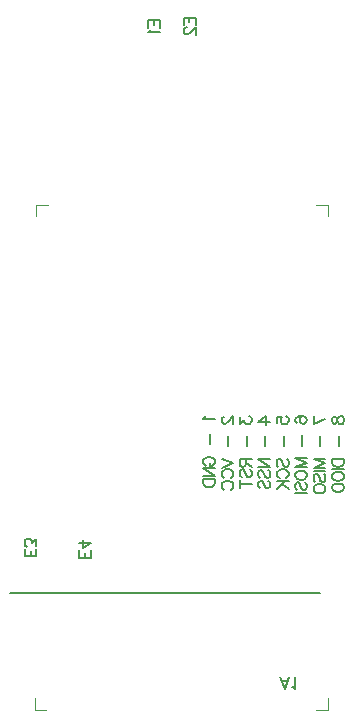
<source format=gbo>
G04*
G04 #@! TF.GenerationSoftware,Altium Limited,Altium Designer,22.9.1 (49)*
G04*
G04 Layer_Color=32896*
%FSLAX44Y44*%
%MOMM*%
G71*
G04*
G04 #@! TF.SameCoordinates,7A88E338-F056-4336-BEC6-008BA3D2BE7B*
G04*
G04*
G04 #@! TF.FilePolarity,Positive*
G04*
G01*
G75*
%ADD10C,0.2000*%
%ADD12C,0.1000*%
%ADD14C,0.1500*%
D10*
X0Y100000D02*
X263000D01*
D12*
X21200Y1000D02*
X31200D01*
X21200D02*
Y11000D01*
X269200Y1000D02*
Y11000D01*
X259200Y1000D02*
X269200D01*
X259200Y429000D02*
X269200D01*
Y419000D02*
Y429000D01*
X22200Y419000D02*
Y429000D01*
X32200D01*
D14*
X165725Y249750D02*
X165249Y248798D01*
X163820Y247370D01*
X173818D01*
X169534Y234563D02*
Y225993D01*
X166201Y208045D02*
X165249Y208521D01*
X164296Y209473D01*
X163820Y210425D01*
Y212330D01*
X164296Y213282D01*
X165249Y214234D01*
X166201Y214710D01*
X167629Y215186D01*
X170010D01*
X171438Y214710D01*
X172390Y214234D01*
X173342Y213282D01*
X173818Y212330D01*
Y210425D01*
X173342Y209473D01*
X172390Y208521D01*
X171438Y208045D01*
X170010D01*
Y210425D02*
Y208045D01*
X163820Y205760D02*
X173818D01*
X163820D02*
X173818Y199094D01*
X163820D02*
X173818D01*
X163820Y196333D02*
X173818D01*
X163820D02*
Y193000D01*
X164296Y191572D01*
X165249Y190620D01*
X166201Y190144D01*
X167629Y189668D01*
X170010D01*
X171438Y190144D01*
X172390Y190620D01*
X173342Y191572D01*
X173818Y193000D01*
Y196333D01*
X181798Y249274D02*
X181322D01*
X180370Y248798D01*
X179894Y248322D01*
X179418Y247370D01*
Y245465D01*
X179894Y244513D01*
X180370Y244037D01*
X181322Y243561D01*
X182274D01*
X183227Y244037D01*
X184655Y244989D01*
X189416Y249750D01*
Y243085D01*
X185131Y232992D02*
Y224422D01*
X179418Y213615D02*
X189416Y209806D01*
X179418Y205998D02*
X189416Y209806D01*
X181798Y197571D02*
X180846Y198047D01*
X179894Y198999D01*
X179418Y199951D01*
Y201856D01*
X179894Y202808D01*
X180846Y203760D01*
X181798Y204236D01*
X183227Y204712D01*
X185607D01*
X187035Y204236D01*
X187987Y203760D01*
X188940Y202808D01*
X189416Y201856D01*
Y199951D01*
X188940Y198999D01*
X187987Y198047D01*
X187035Y197571D01*
X181798Y187621D02*
X180846Y188097D01*
X179894Y189049D01*
X179418Y190001D01*
Y191905D01*
X179894Y192857D01*
X180846Y193810D01*
X181798Y194286D01*
X183227Y194762D01*
X185607D01*
X187035Y194286D01*
X187987Y193810D01*
X188940Y192857D01*
X189416Y191905D01*
Y190001D01*
X188940Y189049D01*
X187987Y188097D01*
X187035Y187621D01*
X195015Y248798D02*
Y243561D01*
X198824Y246417D01*
Y244989D01*
X199300Y244037D01*
X199776Y243561D01*
X201204Y243085D01*
X202157D01*
X203585Y243561D01*
X204537Y244513D01*
X205013Y245941D01*
Y247370D01*
X204537Y248798D01*
X204061Y249274D01*
X203109Y249750D01*
X200728Y232992D02*
Y224422D01*
X195015Y213615D02*
X205013D01*
X195015D02*
Y209330D01*
X195491Y207902D01*
X195967Y207426D01*
X196920Y206950D01*
X197872D01*
X198824Y207426D01*
X199300Y207902D01*
X199776Y209330D01*
Y213615D01*
Y210282D02*
X205013Y206950D01*
X196444Y198047D02*
X195491Y198999D01*
X195015Y200427D01*
Y202332D01*
X195491Y203760D01*
X196444Y204712D01*
X197396D01*
X198348Y204236D01*
X198824Y203760D01*
X199300Y202808D01*
X200252Y199951D01*
X200728Y198999D01*
X201204Y198523D01*
X202157Y198047D01*
X203585D01*
X204537Y198999D01*
X205013Y200427D01*
Y202332D01*
X204537Y203760D01*
X203585Y204712D01*
X195015Y192477D02*
X205013D01*
X195015Y195809D02*
Y189144D01*
X210613Y244989D02*
X217278Y249750D01*
Y242609D01*
X210613Y244989D02*
X220611D01*
X216326Y232992D02*
Y224422D01*
X210613Y213615D02*
X220611D01*
X210613D02*
X220611Y206950D01*
X210613D02*
X220611D01*
X212041Y197523D02*
X211089Y198475D01*
X210613Y199904D01*
Y201808D01*
X211089Y203236D01*
X212041Y204188D01*
X212993D01*
X213945Y203712D01*
X214421Y203236D01*
X214897Y202284D01*
X215850Y199428D01*
X216326Y198475D01*
X216802Y197999D01*
X217754Y197523D01*
X219182D01*
X220134Y198475D01*
X220611Y199904D01*
Y201808D01*
X220134Y203236D01*
X219182Y204188D01*
X212041Y188620D02*
X211089Y189573D01*
X210613Y191001D01*
Y192905D01*
X211089Y194333D01*
X212041Y195286D01*
X212993D01*
X213945Y194809D01*
X214421Y194333D01*
X214897Y193381D01*
X215850Y190525D01*
X216326Y189573D01*
X216802Y189096D01*
X217754Y188620D01*
X219182D01*
X220134Y189573D01*
X220611Y191001D01*
Y192905D01*
X220134Y194333D01*
X219182Y195286D01*
X226210Y244037D02*
Y248798D01*
X230495Y249274D01*
X230019Y248798D01*
X229543Y247370D01*
Y245941D01*
X230019Y244513D01*
X230971Y243561D01*
X232399Y243085D01*
X233351D01*
X234780Y243561D01*
X235732Y244513D01*
X236208Y245941D01*
Y247370D01*
X235732Y248798D01*
X235256Y249274D01*
X234303Y249750D01*
X231923Y232992D02*
Y224422D01*
X227638Y206950D02*
X226686Y207902D01*
X226210Y209330D01*
Y211234D01*
X226686Y212663D01*
X227638Y213615D01*
X228590D01*
X229543Y213139D01*
X230019Y212663D01*
X230495Y211711D01*
X231447Y208854D01*
X231923Y207902D01*
X232399Y207426D01*
X233351Y206950D01*
X234780D01*
X235732Y207902D01*
X236208Y209330D01*
Y211234D01*
X235732Y212663D01*
X234780Y213615D01*
X228590Y197571D02*
X227638Y198047D01*
X226686Y198999D01*
X226210Y199951D01*
Y201856D01*
X226686Y202808D01*
X227638Y203760D01*
X228590Y204236D01*
X230019Y204712D01*
X232399D01*
X233827Y204236D01*
X234780Y203760D01*
X235732Y202808D01*
X236208Y201856D01*
Y199951D01*
X235732Y198999D01*
X234780Y198047D01*
X233827Y197571D01*
X226210Y194762D02*
X236208D01*
X226210Y188097D02*
X232875Y194762D01*
X230495Y192381D02*
X236208Y188097D01*
X243236Y244037D02*
X242283Y244513D01*
X241807Y245941D01*
Y246894D01*
X242283Y248322D01*
X243712Y249274D01*
X246092Y249750D01*
X248473D01*
X250377Y249274D01*
X251329Y248322D01*
X251805Y246894D01*
Y246417D01*
X251329Y244989D01*
X250377Y244037D01*
X248949Y243561D01*
X248473D01*
X247044Y244037D01*
X246092Y244989D01*
X245616Y246417D01*
Y246894D01*
X246092Y248322D01*
X247044Y249274D01*
X248473Y249750D01*
X247520Y233515D02*
Y224946D01*
X241807Y214139D02*
X251805D01*
X241807D02*
X251805Y210330D01*
X241807Y206521D02*
X251805Y210330D01*
X241807Y206521D02*
X251805D01*
X241807Y200808D02*
X242283Y201760D01*
X243236Y202712D01*
X244188Y203189D01*
X245616Y203665D01*
X247997D01*
X249425Y203189D01*
X250377Y202712D01*
X251329Y201760D01*
X251805Y200808D01*
Y198904D01*
X251329Y197952D01*
X250377Y196999D01*
X249425Y196523D01*
X247997Y196047D01*
X245616D01*
X244188Y196523D01*
X243236Y196999D01*
X242283Y197952D01*
X241807Y198904D01*
Y200808D01*
X243236Y187049D02*
X242283Y188001D01*
X241807Y189430D01*
Y191334D01*
X242283Y192762D01*
X243236Y193715D01*
X244188D01*
X245140Y193238D01*
X245616Y192762D01*
X246092Y191810D01*
X247044Y188954D01*
X247520Y188001D01*
X247997Y187525D01*
X248949Y187049D01*
X250377D01*
X251329Y188001D01*
X251805Y189430D01*
Y191334D01*
X251329Y192762D01*
X250377Y193715D01*
X241807Y184812D02*
X251805D01*
X257405Y243085D02*
X267403Y247846D01*
X257405Y249750D02*
Y243085D01*
X263118Y232992D02*
Y224422D01*
X257405Y213615D02*
X267403D01*
X257405D02*
X267403Y209806D01*
X257405Y205998D02*
X267403Y209806D01*
X257405Y205998D02*
X267403D01*
X257405Y203141D02*
X267403D01*
X258833Y194381D02*
X257881Y195333D01*
X257405Y196761D01*
Y198666D01*
X257881Y200094D01*
X258833Y201046D01*
X259785D01*
X260737Y200570D01*
X261213Y200094D01*
X261689Y199142D01*
X262642Y196285D01*
X263118Y195333D01*
X263594Y194857D01*
X264546Y194381D01*
X265974D01*
X266926Y195333D01*
X267403Y196761D01*
Y198666D01*
X266926Y200094D01*
X265974Y201046D01*
X257405Y189287D02*
X257881Y190239D01*
X258833Y191191D01*
X259785Y191667D01*
X261213Y192143D01*
X263594D01*
X265022Y191667D01*
X265974Y191191D01*
X266926Y190239D01*
X267403Y189287D01*
Y187383D01*
X266926Y186430D01*
X265974Y185478D01*
X265022Y185002D01*
X263594Y184526D01*
X261213D01*
X259785Y185002D01*
X258833Y185478D01*
X257881Y186430D01*
X257405Y187383D01*
Y189287D01*
X273002Y247370D02*
X273478Y248798D01*
X274430Y249274D01*
X275383D01*
X276335Y248798D01*
X276811Y247846D01*
X277287Y245941D01*
X277763Y244513D01*
X278715Y243561D01*
X279667Y243085D01*
X281096D01*
X282048Y243561D01*
X282524Y244037D01*
X283000Y245465D01*
Y247370D01*
X282524Y248798D01*
X282048Y249274D01*
X281096Y249750D01*
X279667D01*
X278715Y249274D01*
X277763Y248322D01*
X277287Y246894D01*
X276811Y244989D01*
X276335Y244037D01*
X275383Y243561D01*
X274430D01*
X273478Y244037D01*
X273002Y245465D01*
Y247370D01*
X278715Y232992D02*
Y224422D01*
X273002Y213615D02*
X283000D01*
X273002D02*
Y210282D01*
X273478Y208854D01*
X274430Y207902D01*
X275383Y207426D01*
X276811Y206950D01*
X279191D01*
X280620Y207426D01*
X281572Y207902D01*
X282524Y208854D01*
X283000Y210282D01*
Y213615D01*
X273002Y204712D02*
X283000D01*
X273002Y199761D02*
X273478Y200713D01*
X274430Y201665D01*
X275383Y202141D01*
X276811Y202617D01*
X279191D01*
X280620Y202141D01*
X281572Y201665D01*
X282524Y200713D01*
X283000Y199761D01*
Y197856D01*
X282524Y196904D01*
X281572Y195952D01*
X280620Y195476D01*
X279191Y195000D01*
X276811D01*
X275383Y195476D01*
X274430Y195952D01*
X273478Y196904D01*
X273002Y197856D01*
Y199761D01*
Y189811D02*
X273478Y191239D01*
X274907Y192191D01*
X277287Y192667D01*
X278715D01*
X281096Y192191D01*
X282524Y191239D01*
X283000Y189811D01*
Y188858D01*
X282524Y187430D01*
X281096Y186478D01*
X278715Y186002D01*
X277287D01*
X274907Y186478D01*
X273478Y187430D01*
X273002Y188858D01*
Y189811D01*
X68999Y136191D02*
Y130002D01*
X59001D01*
Y136191D01*
X64238Y130002D02*
Y133810D01*
X68999Y142618D02*
X62334Y137857D01*
Y144998D01*
X68999Y142618D02*
X59001D01*
X22749Y137679D02*
Y131490D01*
X12751D01*
Y137679D01*
X17988Y131490D02*
Y135299D01*
X22749Y140297D02*
Y145534D01*
X18940Y142678D01*
Y144106D01*
X18464Y145058D01*
X17988Y145534D01*
X16560Y146011D01*
X15608D01*
X14180Y145534D01*
X13227Y144582D01*
X12751Y143154D01*
Y141726D01*
X13227Y140297D01*
X13704Y139821D01*
X14656Y139345D01*
X147501Y581071D02*
Y587260D01*
X157499D01*
Y581071D01*
X152262Y587260D02*
Y583452D01*
X149882Y578929D02*
X149405D01*
X148453Y578453D01*
X147977Y577977D01*
X147501Y577024D01*
Y575120D01*
X147977Y574168D01*
X148453Y573692D01*
X149405Y573216D01*
X150358D01*
X151310Y573692D01*
X152738Y574644D01*
X157499Y579405D01*
Y572740D01*
X117351Y578779D02*
Y584968D01*
X127349D01*
Y578779D01*
X122112Y584968D02*
Y581159D01*
X119256Y577113D02*
X118779Y576160D01*
X117351Y574732D01*
X127349D01*
X236952Y28999D02*
X233143Y19001D01*
X229335Y28999D01*
X230763Y25666D02*
X235524D01*
X239285Y20905D02*
X240237Y20429D01*
X241665Y19001D01*
Y28999D01*
M02*

</source>
